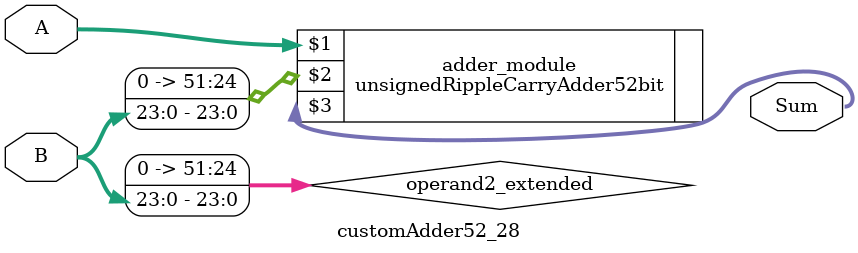
<source format=v>
module customAdder52_28(
                        input [51 : 0] A,
                        input [23 : 0] B,
                        
                        output [52 : 0] Sum
                );

        wire [51 : 0] operand2_extended;
        
        assign operand2_extended =  {28'b0, B};
        
        unsignedRippleCarryAdder52bit adder_module(
            A,
            operand2_extended,
            Sum
        );
        
        endmodule
        
</source>
